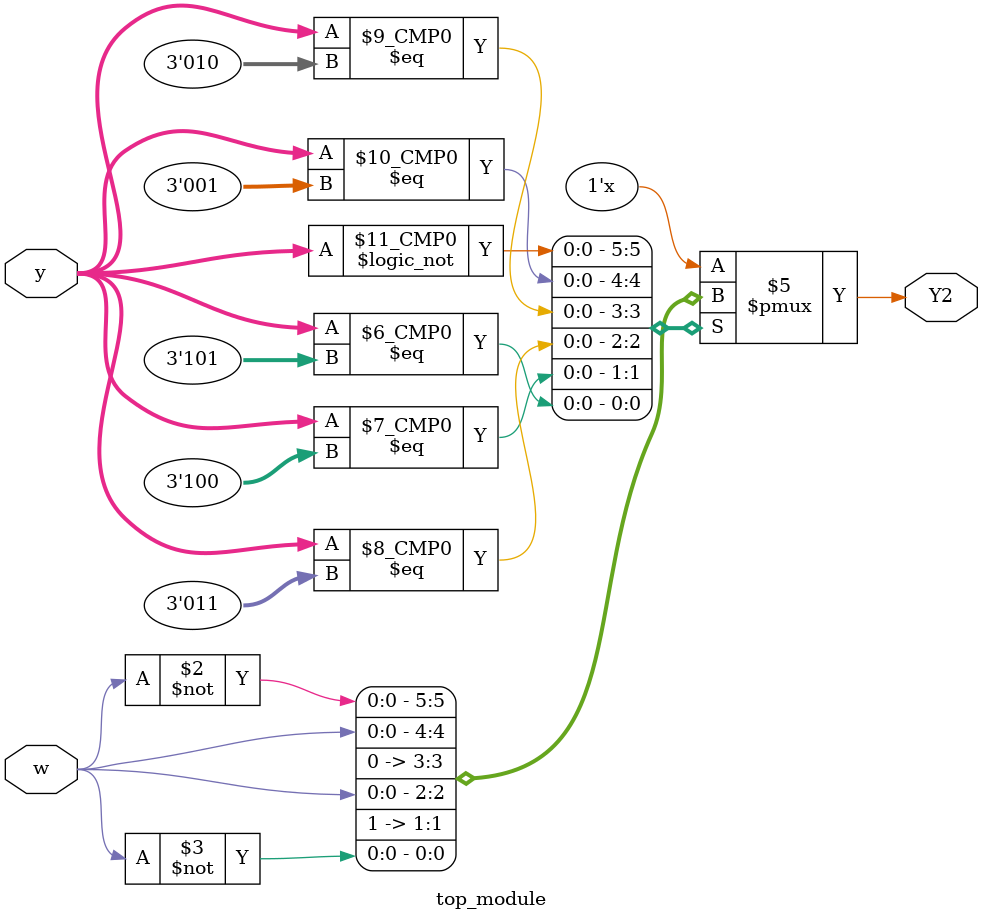
<source format=sv>
module top_module(
    input [3:1] y,
    input w,
    output reg Y2
);

always @(*) begin
    case (y)
        3'b000: Y2 = ~w;
        3'b001: Y2 = w;
        3'b010: Y2 = 1'b0;
        3'b011: Y2 = w;
        3'b100: Y2 = 1'b1;
        3'b101: Y2 = ~w;
        default: Y2 = 1'bx;
    endcase
end

endmodule

</source>
